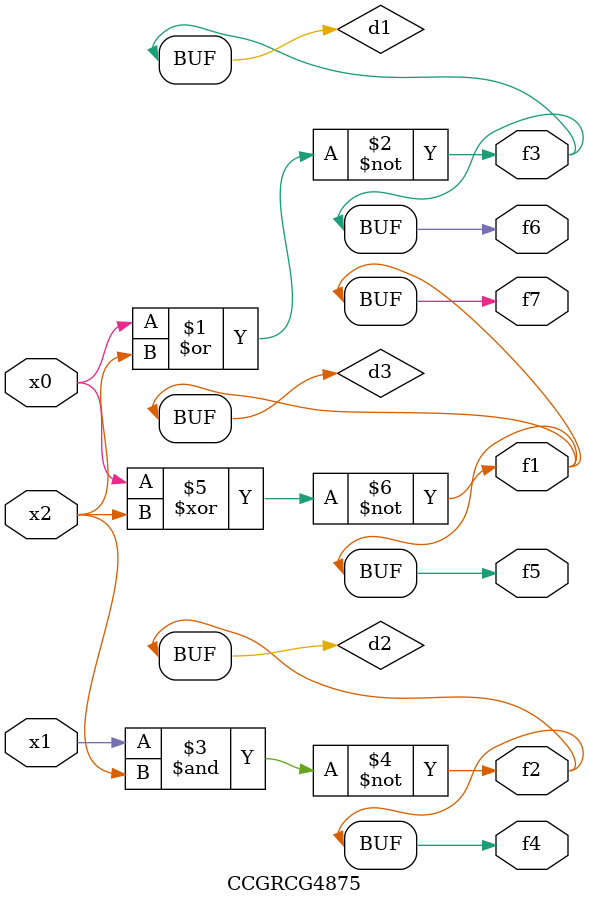
<source format=v>
module CCGRCG4875(
	input x0, x1, x2,
	output f1, f2, f3, f4, f5, f6, f7
);

	wire d1, d2, d3;

	nor (d1, x0, x2);
	nand (d2, x1, x2);
	xnor (d3, x0, x2);
	assign f1 = d3;
	assign f2 = d2;
	assign f3 = d1;
	assign f4 = d2;
	assign f5 = d3;
	assign f6 = d1;
	assign f7 = d3;
endmodule

</source>
